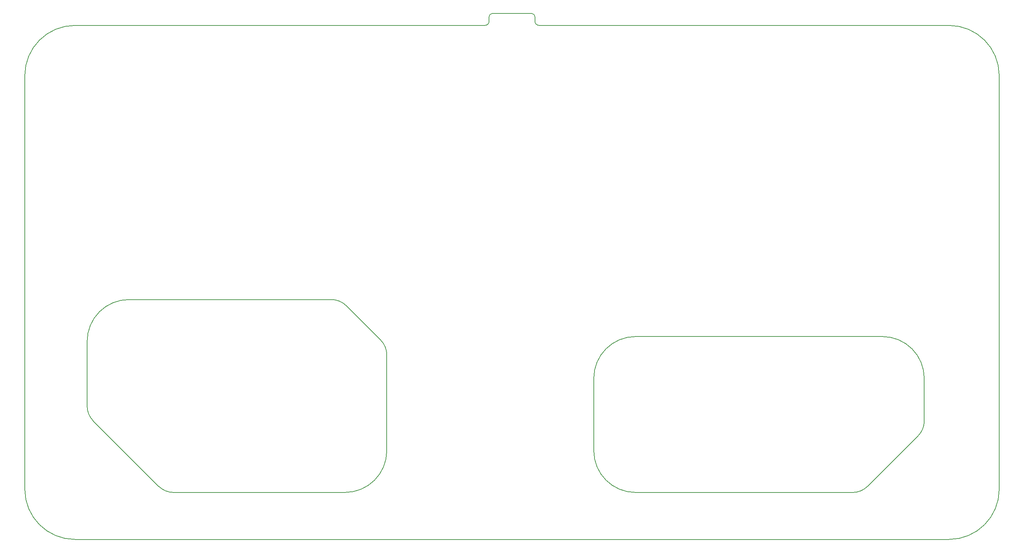
<source format=gbr>
%TF.GenerationSoftware,KiCad,Pcbnew,(6.0.6)*%
%TF.CreationDate,2023-02-28T22:59:50-05:00*%
%TF.ProjectId,fightstick_v2,66696768-7473-4746-9963-6b5f76322e6b,rev?*%
%TF.SameCoordinates,Original*%
%TF.FileFunction,Profile,NP*%
%FSLAX46Y46*%
G04 Gerber Fmt 4.6, Leading zero omitted, Abs format (unit mm)*
G04 Created by KiCad (PCBNEW (6.0.6)) date 2023-02-28 22:59:50*
%MOMM*%
%LPD*%
G01*
G04 APERTURE LIST*
%TA.AperFunction,Profile*%
%ADD10C,0.200000*%
%TD*%
G04 APERTURE END LIST*
D10*
X182227762Y-125658003D02*
G75*
G03*
X192227762Y-135658003I10000001J1D01*
G01*
X182227762Y-108354475D02*
X182227762Y-125658003D01*
X192227762Y-98354475D02*
G75*
G03*
X182227762Y-108354475I1J-10000001D01*
G01*
X251249577Y-98354475D02*
X192227762Y-98354475D01*
X261249577Y-108354475D02*
G75*
G03*
X251249577Y-98354475I-9999999J1D01*
G01*
X261249577Y-118570452D02*
X261249577Y-108354475D01*
X259785111Y-122105986D02*
G75*
G03*
X261249577Y-118570452I-3535532J3535533D01*
G01*
X247697559Y-134193537D02*
X259785111Y-122105986D01*
X244162025Y-135658003D02*
G75*
G03*
X247697559Y-134193537I3J4999993D01*
G01*
X192227762Y-135658003D02*
X244162025Y-135658003D01*
X71086538Y-89500000D02*
G75*
G03*
X61086538Y-99500000I-1J-9999999D01*
G01*
X119500000Y-89500000D02*
X71086538Y-89500000D01*
X123035534Y-90964466D02*
G75*
G03*
X119500000Y-89500000I-3535531J-3535527D01*
G01*
X131271039Y-99199970D02*
X123035534Y-90964466D01*
X132735505Y-102735504D02*
G75*
G03*
X131271039Y-99199970I-5000009J-4D01*
G01*
X132735505Y-125658003D02*
X132735505Y-102735504D01*
X122735505Y-135658003D02*
G75*
G03*
X132735505Y-125658003I-1J10000001D01*
G01*
X81750971Y-135658003D02*
X122735505Y-135658003D01*
X78215438Y-134193537D02*
G75*
G03*
X81750971Y-135658003I3535531J3535527D01*
G01*
X62551004Y-118529104D02*
X78215438Y-134193537D01*
X61086538Y-114993570D02*
G75*
G03*
X62551004Y-118529104I4999998J-1D01*
G01*
X61086538Y-99500000D02*
X61086538Y-114993570D01*
X58178419Y-23899999D02*
G75*
G03*
X46178419Y-35900000I1J-12000001D01*
G01*
X156203419Y-23900019D02*
G75*
G03*
X157203419Y-22900000I-19J1000019D01*
G01*
X168153419Y-21800000D02*
X168153419Y-22900000D01*
X157203419Y-22900000D02*
X157203419Y-21800000D01*
X58178419Y-146900000D02*
X267178419Y-146900000D01*
X279178419Y-134900000D02*
X279178419Y-35900000D01*
X267178419Y-146900019D02*
G75*
G03*
X279178419Y-134900000I-19J12000019D01*
G01*
X267178419Y-23900000D02*
X169153419Y-23900000D01*
X46178419Y-35900000D02*
X46178419Y-134900000D01*
X157953419Y-21050019D02*
G75*
G03*
X157203419Y-21800000I-19J-749981D01*
G01*
X46178420Y-134900000D02*
G75*
G03*
X58178419Y-146900000I12000000J0D01*
G01*
X279178400Y-35900000D02*
G75*
G03*
X267178419Y-23900000I-12000000J0D01*
G01*
X156203419Y-23900000D02*
X58178419Y-23900000D01*
X157953419Y-21050000D02*
X167403419Y-21050000D01*
X168153400Y-21800000D02*
G75*
G03*
X167403419Y-21050000I-750000J0D01*
G01*
X168153400Y-22900000D02*
G75*
G03*
X169153419Y-23900000I1000000J0D01*
G01*
M02*

</source>
